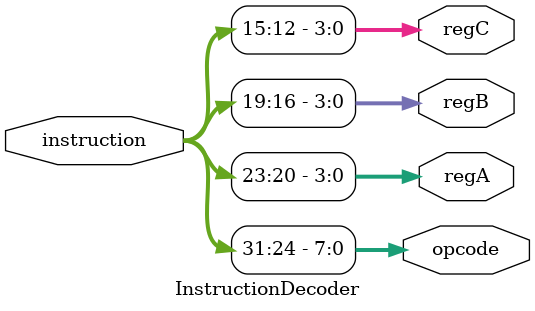
<source format=v>
module InstructionDecoder (
    input wire [31:0] instruction,
    output wire [7:0] opcode,
    output wire [3:0] regA,
    output wire [3:0] regB,
    output wire [3:0] regC
);
    assign opcode = instruction[31:24];
    assign regA   = instruction[23:20];
    assign regB   = instruction[19:16];
    assign regC   = instruction[15:12];
endmodule
</source>
